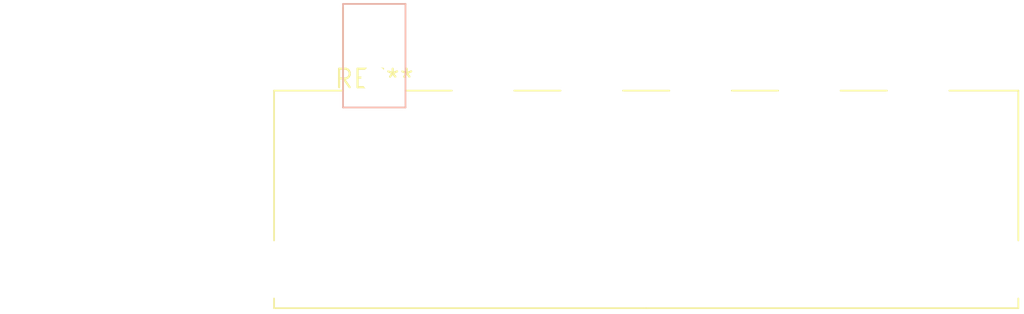
<source format=kicad_pcb>
(kicad_pcb (version 20240108) (generator pcbnew)
  (layers (0 "F.Cu" signal) (31 "B.Cu" signal) (34 "B.Paste" user) (35 "F.Paste" user) (36 "B.SilkS" user "B.Silkscreen") (37 "F.SilkS" user "F.Silkscreen") (38 "B.Mask" user) (39 "F.Mask" user) (44 "Edge.Cuts" user))
  (net 0 "")
  (footprint "Molex_Sabre_43160-1106_1x06_P7.49mm_Horizontal" (layer "F.Cu") (at 0 0)
    (property "Reference" "REF**")
    (property "Value" "Molex_Sabre_43160-1106_1x06_P7.49mm_Horizontal")
    (fp_line (start -2.15 -5.155) (end -2.15 1.975) (layer "B.SilkS") (stroke (width 0.12)))
    (fp_line (start -2.15 1.975) (end 2.15 1.975) (layer "B.SilkS") (stroke (width 0.12)))
    (fp_line (start 2.15 -5.155) (end -2.15 -5.155) (layer "B.SilkS") (stroke (width 0.12)))
    (fp_line (start 2.15 1.975) (end 2.15 -5.155) (layer "B.SilkS") (stroke (width 0.12)))
    (fp_line (start -6.9 0.815) (end -6.9 11.13) (layer "F.SilkS") (stroke (width 0.12)))
    (fp_line (start -6.9 15.13) (end -6.9 15.795) (layer "F.SilkS") (stroke (width 0.12)))
    (fp_line (start -6.9 15.795) (end 18.725 15.795) (layer "F.SilkS") (stroke (width 0.12)))
    (fp_line (start -2.15 0.815) (end -6.9 0.815) (layer "F.SilkS") (stroke (width 0.12)))
    (fp_line (start -2.15 0.815) (end -2.15 -4.895) (layer "F.SilkS") (stroke (width 0.12)))
    (fp_line (start 2.15 0.815) (end 5.34 0.815) (layer "F.SilkS") (stroke (width 0.12)))
    (fp_line (start 9.64 0.815) (end 12.83 0.815) (layer "F.SilkS") (stroke (width 0.12)))
    (fp_line (start 17.13 0.815) (end 20.32 0.815) (layer "F.SilkS") (stroke (width 0.12)))
    (fp_line (start 24.62 0.815) (end 27.81 0.815) (layer "F.SilkS") (stroke (width 0.12)))
    (fp_line (start 32.11 0.815) (end 35.3 0.815) (layer "F.SilkS") (stroke (width 0.12)))
    (fp_line (start 39.6 0.815) (end 44.35 0.815) (layer "F.SilkS") (stroke (width 0.12)))
    (fp_line (start 44.35 0.815) (end 44.35 11.13) (layer "F.SilkS") (stroke (width 0.12)))
    (fp_line (start 44.35 15.13) (end 44.35 15.795) (layer "F.SilkS") (stroke (width 0.12)))
    (fp_line (start 44.35 15.795) (end 18.725 15.795) (layer "F.SilkS") (stroke (width 0.12)))
    (pad "" thru_hole circle (at -4.75 13.13) (size 4 4) (drill 3) (layers *.Cu *.Mask) (remove_unused_layers))
    (pad "" thru_hole circle (at 42.2 13.13) (size 4 4) (drill 3) (layers *.Cu *.Mask) (remove_unused_layers))
    (pad "1" thru_hole rect (at 0 -3.18) (size 3.78 3.43) (drill 1.78) (layers *.Cu *.Mask) (remove_unused_layers))
    (pad "1" thru_hole rect (at 0 0) (size 3.78 3.43) (drill 1.78) (layers *.Cu *.Mask) (remove_unused_layers))
    (pad "2" thru_hole rect (at 7.49 -3.18) (size 3.78 3.43) (drill 1.78) (layers *.Cu *.Mask) (remove_unused_layers))
    (pad "2" thru_hole rect (at 7.49 0) (size 3.78 3.43) (drill 1.78) (layers *.Cu *.Mask) (remove_unused_layers))
    (pad "3" thru_hole rect (at 14.98 -3.18) (size 3.78 3.43) (drill 1.78) (layers *.Cu *.Mask) (remove_unused_layers))
    (pad "3" thru_hole rect (at 14.98 0) (size 3.78 3.43) (drill 1.78) (layers *.Cu *.Mask) (remove_unused_layers))
    (pad "4" thru_hole rect (at 22.47 -3.18) (size 3.78 3.43) (drill 1.78) (layers *.Cu *.Mask) (remove_unused_layers))
    (pad "4" thru_hole rect (at 22.47 0) (size 3.78 3.43) (drill 1.78) (layers *.Cu *.Mask) (remove_unused_layers))
    (pad "5" thru_hole rect (at 29.96 -3.18) (size 3.78 3.43) (drill 1.78) (layers *.Cu *.Mask) (remove_unused_layers))
    (pad "5" thru_hole rect (at 29.96 0) (size 3.78 3.43) (drill 1.78) (layers *.Cu *.Mask) (remove_unused_layers))
    (pad "6" thru_hole rect (at 37.45 -3.18) (size 3.78 3.43) (drill 1.78) (layers *.Cu *.Mask) (remove_unused_layers))
    (pad "6" thru_hole rect (at 37.45 0) (size 3.78 3.43) (drill 1.78) (layers *.Cu *.Mask) (remove_unused_layers))
  )
)
</source>
